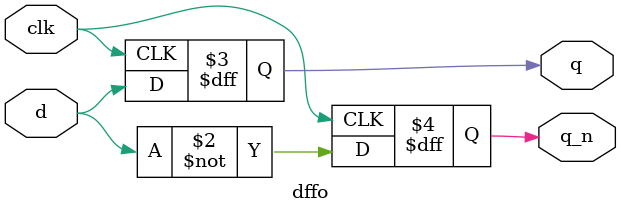
<source format=v>
/***************边沿检测电路*********************
设计者：郭琦
设计时间：2021/03/23
说明：1、用到了4个D触发器，U1对信号采样，U2、U3、U4对信号分别延时一个时钟周期。
      2、通过U3和U4的输出检测上升沿，即q3&~q4。
	  3、U2去掉也并无大碍。
***************************************************/
module edge_detection(clk,data_in,data_out);

input clk;
input data_in;
output data_out;

wire q1,q2,q3,q4;

dffo U1 (clk,data_in,q1, );
dffo U2 (clk,q1,q2, );
dffo U3 (clk,q2,q3, );
dffo U4 (clk,q3,q4, );

assign data_out = q3&~q4;

endmodule


/****************D触发器************************
设计者：郭琦
设计时间：2021/03/23
特点：不带置位
***************************************************/
module dffo(clk,d,q,q_n);

input wire clk,d;
output reg q,q_n;

always@(posedge clk)
 begin
	q<=d;
    q_n<=~d;
 end

endmodule

</source>
